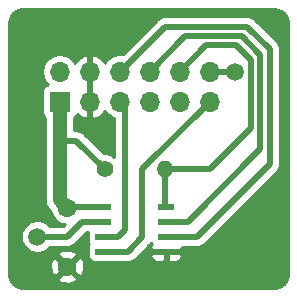
<source format=gbr>
%TF.GenerationSoftware,KiCad,Pcbnew,(5.1.8)-1*%
%TF.CreationDate,2021-10-18T20:12:47-03:00*%
%TF.ProjectId,sram_module_for_IceBreaker,7372616d-5f6d-46f6-9475-6c655f666f72,rev?*%
%TF.SameCoordinates,PX2892f68PY3024d44*%
%TF.FileFunction,Copper,L2,Bot*%
%TF.FilePolarity,Positive*%
%FSLAX46Y46*%
G04 Gerber Fmt 4.6, Leading zero omitted, Abs format (unit mm)*
G04 Created by KiCad (PCBNEW (5.1.8)-1) date 2021-10-18 20:12:47*
%MOMM*%
%LPD*%
G01*
G04 APERTURE LIST*
%TA.AperFunction,ComponentPad*%
%ADD10O,1.400000X1.400000*%
%TD*%
%TA.AperFunction,ComponentPad*%
%ADD11C,1.400000*%
%TD*%
%TA.AperFunction,ComponentPad*%
%ADD12C,1.600000*%
%TD*%
%TA.AperFunction,ComponentPad*%
%ADD13O,1.700000X1.700000*%
%TD*%
%TA.AperFunction,ComponentPad*%
%ADD14R,1.700000X1.700000*%
%TD*%
%TA.AperFunction,SMDPad,CuDef*%
%ADD15R,1.397000X0.558800*%
%TD*%
%TA.AperFunction,ViaPad*%
%ADD16C,1.500000*%
%TD*%
%TA.AperFunction,Conductor*%
%ADD17C,0.500000*%
%TD*%
%TA.AperFunction,Conductor*%
%ADD18C,1.200000*%
%TD*%
%TA.AperFunction,Conductor*%
%ADD19C,0.254000*%
%TD*%
%TA.AperFunction,Conductor*%
%ADD20C,0.100000*%
%TD*%
G04 APERTURE END LIST*
D10*
%TO.P,R1,2*%
%TO.N,/CS*%
X13835000Y10747500D03*
D11*
%TO.P,R1,1*%
%TO.N,+3V3*%
X8755000Y10747500D03*
%TD*%
D12*
%TO.P,C1,2*%
%TO.N,+3V3*%
X5580000Y7492500D03*
%TO.P,C1,1*%
%TO.N,GND*%
X5580000Y2492500D03*
%TD*%
D13*
%TO.P,J1,12*%
%TO.N,/SI03*%
X17645000Y19002500D03*
%TO.P,J1,11*%
%TO.N,/SIO0*%
X17645000Y16462500D03*
%TO.P,J1,10*%
%TO.N,/CS*%
X15105000Y19002500D03*
%TO.P,J1,9*%
%TO.N,Net-(J1-Pad9)*%
X15105000Y16462500D03*
%TO.P,J1,8*%
%TO.N,/SIO1*%
X12565000Y19002500D03*
%TO.P,J1,7*%
%TO.N,Net-(J1-Pad7)*%
X12565000Y16462500D03*
%TO.P,J1,6*%
%TO.N,/SIO2*%
X10025000Y19002500D03*
%TO.P,J1,5*%
%TO.N,/SCK*%
X10025000Y16462500D03*
%TO.P,J1,4*%
%TO.N,GND*%
X7485000Y19002500D03*
%TO.P,J1,3*%
X7485000Y16462500D03*
%TO.P,J1,2*%
%TO.N,+3V3*%
X4945000Y19002500D03*
D14*
%TO.P,J1,1*%
X4945000Y16462500D03*
%TD*%
D15*
%TO.P,U1,1*%
%TO.N,/CS*%
X13949300Y7572500D03*
%TO.P,U1,2*%
%TO.N,/SIO1*%
X13949300Y6302500D03*
%TO.P,U1,3*%
%TO.N,/SIO2*%
X13949300Y5032500D03*
%TO.P,U1,4*%
%TO.N,GND*%
X13949300Y3762500D03*
%TO.P,U1,5*%
%TO.N,/SIO0*%
X8640700Y3762500D03*
%TO.P,U1,6*%
%TO.N,/SCK*%
X8640700Y5032500D03*
%TO.P,U1,7*%
%TO.N,/SI03*%
X8640700Y6302500D03*
%TO.P,U1,8*%
%TO.N,+3V3*%
X8640700Y7572500D03*
%TD*%
D16*
%TO.N,/SI03*%
X3040000Y5032500D03*
X19824968Y19002500D03*
%TD*%
D17*
%TO.N,/SIO1*%
X15574990Y22012490D02*
X12565000Y19002500D01*
X20350010Y22012490D02*
X15574990Y22012490D01*
X21924989Y20437511D02*
X20350010Y22012490D01*
X21924989Y12452489D02*
X21924989Y20437511D01*
X15775000Y6302500D02*
X21924989Y12452489D01*
X13949300Y6302500D02*
X15775000Y6302500D01*
%TO.N,/SIO2*%
X13835001Y22812501D02*
X10874999Y19852499D01*
X22725000Y20907500D02*
X20819999Y22812501D01*
X22725000Y11181100D02*
X22725000Y20907500D01*
X16576400Y5032500D02*
X22725000Y11181100D01*
X10874999Y19852499D02*
X10025000Y19002500D01*
X20819999Y22812501D02*
X13835001Y22812501D01*
X13949300Y5032500D02*
X16576400Y5032500D01*
%TO.N,/SCK*%
X9921801Y5032500D02*
X8640700Y5032500D01*
X10455000Y5565699D02*
X9921801Y5032500D01*
X10455000Y16032500D02*
X10455000Y5565699D01*
X10025000Y16462500D02*
X10455000Y16032500D01*
%TO.N,/SI03*%
X3040000Y5032500D02*
X5580000Y5032500D01*
X6850000Y6302500D02*
X8640700Y6302500D01*
X5580000Y5032500D02*
X6850000Y6302500D01*
X17645000Y19002500D02*
X19824968Y19002500D01*
%TO.N,/SIO0*%
X11930000Y10747500D02*
X17645000Y16462500D01*
X11930000Y4957500D02*
X11930000Y10747500D01*
X10735000Y3762500D02*
X11930000Y4957500D01*
X8640700Y3762500D02*
X10735000Y3762500D01*
%TO.N,GND*%
X7485000Y16462500D02*
X7485000Y19002500D01*
D18*
%TO.N,+3V3*%
X4945000Y8127500D02*
X5580000Y7492500D01*
D17*
X6366000Y13136500D02*
X8755000Y10747500D01*
X4945000Y13136500D02*
X6366000Y13136500D01*
D18*
X4945000Y16462500D02*
X4945000Y13136500D01*
X4945000Y13136500D02*
X4945000Y8127500D01*
D17*
X5660000Y7572500D02*
X5580000Y7492500D01*
X8640700Y7572500D02*
X5660000Y7572500D01*
%TO.N,/CS*%
X13835000Y7686800D02*
X13949300Y7572500D01*
X13835000Y10747500D02*
X13835000Y7686800D01*
X21124978Y14227478D02*
X21124978Y19967522D01*
X13835000Y10747500D02*
X17645000Y10747500D01*
X17314979Y21212479D02*
X15105000Y19002500D01*
X19880021Y21212479D02*
X17314979Y21212479D01*
X21124978Y19967522D02*
X19880021Y21212479D01*
X17645000Y10747500D02*
X21124978Y14227478D01*
%TD*%
D19*
%TO.N,GND*%
X23214659Y24293875D02*
X23464429Y24218465D01*
X23694792Y24095978D01*
X23896980Y23931078D01*
X24063286Y23730050D01*
X24187378Y23500546D01*
X24264531Y23251305D01*
X24295001Y22961402D01*
X24295000Y2014779D01*
X24266375Y1722840D01*
X24190965Y1473071D01*
X24068477Y1242706D01*
X23903579Y1040521D01*
X23702546Y874212D01*
X23473046Y750122D01*
X23223805Y672969D01*
X22933911Y642500D01*
X1987279Y642500D01*
X1695340Y671125D01*
X1445571Y746535D01*
X1215206Y869023D01*
X1013021Y1033921D01*
X846712Y1234954D01*
X722622Y1464454D01*
X711682Y1499798D01*
X4766903Y1499798D01*
X4838486Y1255829D01*
X5093996Y1134929D01*
X5368184Y1066200D01*
X5650512Y1052283D01*
X5930130Y1093713D01*
X6196292Y1188897D01*
X6321514Y1255829D01*
X6393097Y1499798D01*
X5580000Y2312895D01*
X4766903Y1499798D01*
X711682Y1499798D01*
X645469Y1713695D01*
X615000Y2003589D01*
X615000Y2421988D01*
X4139783Y2421988D01*
X4181213Y2142370D01*
X4276397Y1876208D01*
X4343329Y1750986D01*
X4587298Y1679403D01*
X5400395Y2492500D01*
X5759605Y2492500D01*
X6572702Y1679403D01*
X6816671Y1750986D01*
X6937571Y2006496D01*
X7006300Y2280684D01*
X7020217Y2563012D01*
X6978787Y2842630D01*
X6883603Y3108792D01*
X6816671Y3234014D01*
X6572702Y3305597D01*
X5759605Y2492500D01*
X5400395Y2492500D01*
X4587298Y3305597D01*
X4343329Y3234014D01*
X4222429Y2978504D01*
X4153700Y2704316D01*
X4139783Y2421988D01*
X615000Y2421988D01*
X615000Y3485202D01*
X4766903Y3485202D01*
X5580000Y2672105D01*
X6393097Y3485202D01*
X6321514Y3729171D01*
X6066004Y3850071D01*
X5791816Y3918800D01*
X5509488Y3932717D01*
X5229870Y3891287D01*
X4963708Y3796103D01*
X4838486Y3729171D01*
X4766903Y3485202D01*
X615000Y3485202D01*
X615000Y5168911D01*
X1655000Y5168911D01*
X1655000Y4896089D01*
X1708225Y4628511D01*
X1812629Y4376457D01*
X1964201Y4149614D01*
X2157114Y3956701D01*
X2383957Y3805129D01*
X2636011Y3700725D01*
X2903589Y3647500D01*
X3176411Y3647500D01*
X3443989Y3700725D01*
X3696043Y3805129D01*
X3922886Y3956701D01*
X4113685Y4147500D01*
X5536531Y4147500D01*
X5580000Y4143219D01*
X5623469Y4147500D01*
X5623477Y4147500D01*
X5753490Y4160305D01*
X5920313Y4210911D01*
X6074059Y4293089D01*
X6208817Y4403683D01*
X6236534Y4437456D01*
X7216579Y5417500D01*
X7314528Y5417500D01*
X7304128Y5311900D01*
X7304128Y4753100D01*
X7316388Y4628618D01*
X7352698Y4508920D01*
X7411663Y4398606D01*
X7412571Y4397500D01*
X7411663Y4396394D01*
X7352698Y4286080D01*
X7316388Y4166382D01*
X7304128Y4041900D01*
X7304128Y3483100D01*
X7316388Y3358618D01*
X7352698Y3238920D01*
X7411663Y3128606D01*
X7491015Y3031915D01*
X7587706Y2952563D01*
X7698020Y2893598D01*
X7817718Y2857288D01*
X7942200Y2845028D01*
X9339200Y2845028D01*
X9463682Y2857288D01*
X9530312Y2877500D01*
X10691531Y2877500D01*
X10735000Y2873219D01*
X10778469Y2877500D01*
X10778477Y2877500D01*
X10908490Y2890305D01*
X11075313Y2940911D01*
X11229059Y3023089D01*
X11363817Y3133683D01*
X11391534Y3167456D01*
X11700828Y3476750D01*
X12615800Y3476750D01*
X12625380Y3356663D01*
X12662064Y3237079D01*
X12721373Y3126950D01*
X12801027Y3030507D01*
X12897966Y2951457D01*
X13008464Y2892838D01*
X13128275Y2856902D01*
X13252794Y2845031D01*
X13663550Y2848100D01*
X13822300Y3006850D01*
X13822300Y3635500D01*
X14076300Y3635500D01*
X14076300Y3006850D01*
X14235050Y2848100D01*
X14645806Y2845031D01*
X14770325Y2856902D01*
X14890136Y2892838D01*
X15000634Y2951457D01*
X15097573Y3030507D01*
X15177227Y3126950D01*
X15236536Y3237079D01*
X15273220Y3356663D01*
X15282800Y3476750D01*
X15124050Y3635500D01*
X14076300Y3635500D01*
X13822300Y3635500D01*
X12774550Y3635500D01*
X12615800Y3476750D01*
X11700828Y3476750D01*
X12525050Y4300971D01*
X12558817Y4328683D01*
X12598025Y4376457D01*
X12669410Y4463440D01*
X12669411Y4463441D01*
X12677509Y4478592D01*
X12720263Y4398606D01*
X12721114Y4397569D01*
X12662064Y4287921D01*
X12625380Y4168337D01*
X12615800Y4048250D01*
X12774550Y3889500D01*
X13822300Y3889500D01*
X13822300Y3909500D01*
X14076300Y3909500D01*
X14076300Y3889500D01*
X15124050Y3889500D01*
X15282800Y4048250D01*
X15274882Y4147500D01*
X16532931Y4147500D01*
X16576400Y4143219D01*
X16619869Y4147500D01*
X16619877Y4147500D01*
X16749890Y4160305D01*
X16916713Y4210911D01*
X17070459Y4293089D01*
X17205217Y4403683D01*
X17232934Y4437456D01*
X23320051Y10524572D01*
X23353817Y10552283D01*
X23464411Y10687041D01*
X23519965Y10790976D01*
X23546589Y10840786D01*
X23597195Y11007610D01*
X23605094Y11087814D01*
X23610000Y11137623D01*
X23610000Y11137631D01*
X23614281Y11181100D01*
X23610000Y11224569D01*
X23610000Y20864035D01*
X23614281Y20907501D01*
X23610000Y20950967D01*
X23610000Y20950977D01*
X23597195Y21080990D01*
X23546589Y21247813D01*
X23464411Y21401559D01*
X23353817Y21536317D01*
X23320049Y21564030D01*
X21476533Y23407545D01*
X21448816Y23441318D01*
X21314058Y23551912D01*
X21160312Y23634090D01*
X20993489Y23684696D01*
X20863476Y23697501D01*
X20863468Y23697501D01*
X20819999Y23701782D01*
X20776530Y23697501D01*
X13878470Y23697501D01*
X13835001Y23701782D01*
X13791532Y23697501D01*
X13791524Y23697501D01*
X13676307Y23686153D01*
X13661510Y23684696D01*
X13620130Y23672143D01*
X13494688Y23634090D01*
X13340942Y23551912D01*
X13340940Y23551911D01*
X13340941Y23551911D01*
X13239954Y23469033D01*
X13239952Y23469031D01*
X13206184Y23441318D01*
X13178471Y23407550D01*
X10279957Y20509035D01*
X10279952Y20509031D01*
X10243960Y20473039D01*
X10171260Y20487500D01*
X9878740Y20487500D01*
X9591842Y20430432D01*
X9321589Y20318490D01*
X9078368Y20155975D01*
X8871525Y19949132D01*
X8749805Y19766966D01*
X8680178Y19883855D01*
X8485269Y20100088D01*
X8251920Y20274141D01*
X7989099Y20399325D01*
X7841890Y20443976D01*
X7612000Y20322655D01*
X7612000Y19129500D01*
X7632000Y19129500D01*
X7632000Y18875500D01*
X7612000Y18875500D01*
X7612000Y16589500D01*
X7632000Y16589500D01*
X7632000Y16335500D01*
X7612000Y16335500D01*
X7612000Y15142345D01*
X7841890Y15021024D01*
X7989099Y15065675D01*
X8251920Y15190859D01*
X8485269Y15364912D01*
X8680178Y15581145D01*
X8749805Y15698034D01*
X8871525Y15515868D01*
X9078368Y15309025D01*
X9321589Y15146510D01*
X9570000Y15043615D01*
X9570000Y11808525D01*
X9387359Y11930561D01*
X9144405Y12031196D01*
X8886486Y12082500D01*
X8671579Y12082500D01*
X7022534Y13731544D01*
X6994817Y13765317D01*
X6860059Y13875911D01*
X6706313Y13958089D01*
X6539490Y14008695D01*
X6409477Y14021500D01*
X6409469Y14021500D01*
X6366000Y14025781D01*
X6322531Y14021500D01*
X6180000Y14021500D01*
X6180000Y15106999D01*
X6246185Y15161315D01*
X6325537Y15258006D01*
X6384502Y15368320D01*
X6408966Y15448966D01*
X6484731Y15364912D01*
X6718080Y15190859D01*
X6980901Y15065675D01*
X7128110Y15021024D01*
X7358000Y15142345D01*
X7358000Y16335500D01*
X7338000Y16335500D01*
X7338000Y16589500D01*
X7358000Y16589500D01*
X7358000Y18875500D01*
X7338000Y18875500D01*
X7338000Y19129500D01*
X7358000Y19129500D01*
X7358000Y20322655D01*
X7128110Y20443976D01*
X6980901Y20399325D01*
X6718080Y20274141D01*
X6484731Y20100088D01*
X6289822Y19883855D01*
X6220195Y19766966D01*
X6098475Y19949132D01*
X5891632Y20155975D01*
X5648411Y20318490D01*
X5378158Y20430432D01*
X5091260Y20487500D01*
X4798740Y20487500D01*
X4511842Y20430432D01*
X4241589Y20318490D01*
X3998368Y20155975D01*
X3791525Y19949132D01*
X3629010Y19705911D01*
X3517068Y19435658D01*
X3460000Y19148760D01*
X3460000Y18856240D01*
X3517068Y18569342D01*
X3629010Y18299089D01*
X3791525Y18055868D01*
X3923380Y17924013D01*
X3850820Y17902002D01*
X3740506Y17843037D01*
X3643815Y17763685D01*
X3564463Y17666994D01*
X3505498Y17556680D01*
X3469188Y17436982D01*
X3456928Y17312500D01*
X3456928Y15612500D01*
X3469188Y15488018D01*
X3505498Y15368320D01*
X3564463Y15258006D01*
X3643815Y15161315D01*
X3710000Y15106998D01*
X3710001Y13197174D01*
X3710000Y13197164D01*
X3710001Y8188175D01*
X3704025Y8127500D01*
X3727870Y7885398D01*
X3798489Y7652601D01*
X3798490Y7652599D01*
X3913168Y7438051D01*
X4067499Y7249998D01*
X4114622Y7211325D01*
X4187266Y7138681D01*
X4200147Y7073926D01*
X4308320Y6812773D01*
X4465363Y6577741D01*
X4665241Y6377863D01*
X4900273Y6220820D01*
X5161426Y6112647D01*
X5367565Y6071643D01*
X5213422Y5917500D01*
X4113685Y5917500D01*
X3922886Y6108299D01*
X3696043Y6259871D01*
X3443989Y6364275D01*
X3176411Y6417500D01*
X2903589Y6417500D01*
X2636011Y6364275D01*
X2383957Y6259871D01*
X2157114Y6108299D01*
X1964201Y5915386D01*
X1812629Y5688543D01*
X1708225Y5436489D01*
X1655000Y5168911D01*
X615000Y5168911D01*
X615000Y22950221D01*
X643625Y23242159D01*
X719035Y23491929D01*
X841522Y23722292D01*
X1006422Y23924480D01*
X1207450Y24090786D01*
X1436954Y24214878D01*
X1686195Y24292031D01*
X1976088Y24322500D01*
X22922721Y24322500D01*
X23214659Y24293875D01*
%TA.AperFunction,Conductor*%
D20*
G36*
X23214659Y24293875D02*
G01*
X23464429Y24218465D01*
X23694792Y24095978D01*
X23896980Y23931078D01*
X24063286Y23730050D01*
X24187378Y23500546D01*
X24264531Y23251305D01*
X24295001Y22961402D01*
X24295000Y2014779D01*
X24266375Y1722840D01*
X24190965Y1473071D01*
X24068477Y1242706D01*
X23903579Y1040521D01*
X23702546Y874212D01*
X23473046Y750122D01*
X23223805Y672969D01*
X22933911Y642500D01*
X1987279Y642500D01*
X1695340Y671125D01*
X1445571Y746535D01*
X1215206Y869023D01*
X1013021Y1033921D01*
X846712Y1234954D01*
X722622Y1464454D01*
X711682Y1499798D01*
X4766903Y1499798D01*
X4838486Y1255829D01*
X5093996Y1134929D01*
X5368184Y1066200D01*
X5650512Y1052283D01*
X5930130Y1093713D01*
X6196292Y1188897D01*
X6321514Y1255829D01*
X6393097Y1499798D01*
X5580000Y2312895D01*
X4766903Y1499798D01*
X711682Y1499798D01*
X645469Y1713695D01*
X615000Y2003589D01*
X615000Y2421988D01*
X4139783Y2421988D01*
X4181213Y2142370D01*
X4276397Y1876208D01*
X4343329Y1750986D01*
X4587298Y1679403D01*
X5400395Y2492500D01*
X5759605Y2492500D01*
X6572702Y1679403D01*
X6816671Y1750986D01*
X6937571Y2006496D01*
X7006300Y2280684D01*
X7020217Y2563012D01*
X6978787Y2842630D01*
X6883603Y3108792D01*
X6816671Y3234014D01*
X6572702Y3305597D01*
X5759605Y2492500D01*
X5400395Y2492500D01*
X4587298Y3305597D01*
X4343329Y3234014D01*
X4222429Y2978504D01*
X4153700Y2704316D01*
X4139783Y2421988D01*
X615000Y2421988D01*
X615000Y3485202D01*
X4766903Y3485202D01*
X5580000Y2672105D01*
X6393097Y3485202D01*
X6321514Y3729171D01*
X6066004Y3850071D01*
X5791816Y3918800D01*
X5509488Y3932717D01*
X5229870Y3891287D01*
X4963708Y3796103D01*
X4838486Y3729171D01*
X4766903Y3485202D01*
X615000Y3485202D01*
X615000Y5168911D01*
X1655000Y5168911D01*
X1655000Y4896089D01*
X1708225Y4628511D01*
X1812629Y4376457D01*
X1964201Y4149614D01*
X2157114Y3956701D01*
X2383957Y3805129D01*
X2636011Y3700725D01*
X2903589Y3647500D01*
X3176411Y3647500D01*
X3443989Y3700725D01*
X3696043Y3805129D01*
X3922886Y3956701D01*
X4113685Y4147500D01*
X5536531Y4147500D01*
X5580000Y4143219D01*
X5623469Y4147500D01*
X5623477Y4147500D01*
X5753490Y4160305D01*
X5920313Y4210911D01*
X6074059Y4293089D01*
X6208817Y4403683D01*
X6236534Y4437456D01*
X7216579Y5417500D01*
X7314528Y5417500D01*
X7304128Y5311900D01*
X7304128Y4753100D01*
X7316388Y4628618D01*
X7352698Y4508920D01*
X7411663Y4398606D01*
X7412571Y4397500D01*
X7411663Y4396394D01*
X7352698Y4286080D01*
X7316388Y4166382D01*
X7304128Y4041900D01*
X7304128Y3483100D01*
X7316388Y3358618D01*
X7352698Y3238920D01*
X7411663Y3128606D01*
X7491015Y3031915D01*
X7587706Y2952563D01*
X7698020Y2893598D01*
X7817718Y2857288D01*
X7942200Y2845028D01*
X9339200Y2845028D01*
X9463682Y2857288D01*
X9530312Y2877500D01*
X10691531Y2877500D01*
X10735000Y2873219D01*
X10778469Y2877500D01*
X10778477Y2877500D01*
X10908490Y2890305D01*
X11075313Y2940911D01*
X11229059Y3023089D01*
X11363817Y3133683D01*
X11391534Y3167456D01*
X11700828Y3476750D01*
X12615800Y3476750D01*
X12625380Y3356663D01*
X12662064Y3237079D01*
X12721373Y3126950D01*
X12801027Y3030507D01*
X12897966Y2951457D01*
X13008464Y2892838D01*
X13128275Y2856902D01*
X13252794Y2845031D01*
X13663550Y2848100D01*
X13822300Y3006850D01*
X13822300Y3635500D01*
X14076300Y3635500D01*
X14076300Y3006850D01*
X14235050Y2848100D01*
X14645806Y2845031D01*
X14770325Y2856902D01*
X14890136Y2892838D01*
X15000634Y2951457D01*
X15097573Y3030507D01*
X15177227Y3126950D01*
X15236536Y3237079D01*
X15273220Y3356663D01*
X15282800Y3476750D01*
X15124050Y3635500D01*
X14076300Y3635500D01*
X13822300Y3635500D01*
X12774550Y3635500D01*
X12615800Y3476750D01*
X11700828Y3476750D01*
X12525050Y4300971D01*
X12558817Y4328683D01*
X12598025Y4376457D01*
X12669410Y4463440D01*
X12669411Y4463441D01*
X12677509Y4478592D01*
X12720263Y4398606D01*
X12721114Y4397569D01*
X12662064Y4287921D01*
X12625380Y4168337D01*
X12615800Y4048250D01*
X12774550Y3889500D01*
X13822300Y3889500D01*
X13822300Y3909500D01*
X14076300Y3909500D01*
X14076300Y3889500D01*
X15124050Y3889500D01*
X15282800Y4048250D01*
X15274882Y4147500D01*
X16532931Y4147500D01*
X16576400Y4143219D01*
X16619869Y4147500D01*
X16619877Y4147500D01*
X16749890Y4160305D01*
X16916713Y4210911D01*
X17070459Y4293089D01*
X17205217Y4403683D01*
X17232934Y4437456D01*
X23320051Y10524572D01*
X23353817Y10552283D01*
X23464411Y10687041D01*
X23519965Y10790976D01*
X23546589Y10840786D01*
X23597195Y11007610D01*
X23605094Y11087814D01*
X23610000Y11137623D01*
X23610000Y11137631D01*
X23614281Y11181100D01*
X23610000Y11224569D01*
X23610000Y20864035D01*
X23614281Y20907501D01*
X23610000Y20950967D01*
X23610000Y20950977D01*
X23597195Y21080990D01*
X23546589Y21247813D01*
X23464411Y21401559D01*
X23353817Y21536317D01*
X23320049Y21564030D01*
X21476533Y23407545D01*
X21448816Y23441318D01*
X21314058Y23551912D01*
X21160312Y23634090D01*
X20993489Y23684696D01*
X20863476Y23697501D01*
X20863468Y23697501D01*
X20819999Y23701782D01*
X20776530Y23697501D01*
X13878470Y23697501D01*
X13835001Y23701782D01*
X13791532Y23697501D01*
X13791524Y23697501D01*
X13676307Y23686153D01*
X13661510Y23684696D01*
X13620130Y23672143D01*
X13494688Y23634090D01*
X13340942Y23551912D01*
X13340940Y23551911D01*
X13340941Y23551911D01*
X13239954Y23469033D01*
X13239952Y23469031D01*
X13206184Y23441318D01*
X13178471Y23407550D01*
X10279957Y20509035D01*
X10279952Y20509031D01*
X10243960Y20473039D01*
X10171260Y20487500D01*
X9878740Y20487500D01*
X9591842Y20430432D01*
X9321589Y20318490D01*
X9078368Y20155975D01*
X8871525Y19949132D01*
X8749805Y19766966D01*
X8680178Y19883855D01*
X8485269Y20100088D01*
X8251920Y20274141D01*
X7989099Y20399325D01*
X7841890Y20443976D01*
X7612000Y20322655D01*
X7612000Y19129500D01*
X7632000Y19129500D01*
X7632000Y18875500D01*
X7612000Y18875500D01*
X7612000Y16589500D01*
X7632000Y16589500D01*
X7632000Y16335500D01*
X7612000Y16335500D01*
X7612000Y15142345D01*
X7841890Y15021024D01*
X7989099Y15065675D01*
X8251920Y15190859D01*
X8485269Y15364912D01*
X8680178Y15581145D01*
X8749805Y15698034D01*
X8871525Y15515868D01*
X9078368Y15309025D01*
X9321589Y15146510D01*
X9570000Y15043615D01*
X9570000Y11808525D01*
X9387359Y11930561D01*
X9144405Y12031196D01*
X8886486Y12082500D01*
X8671579Y12082500D01*
X7022534Y13731544D01*
X6994817Y13765317D01*
X6860059Y13875911D01*
X6706313Y13958089D01*
X6539490Y14008695D01*
X6409477Y14021500D01*
X6409469Y14021500D01*
X6366000Y14025781D01*
X6322531Y14021500D01*
X6180000Y14021500D01*
X6180000Y15106999D01*
X6246185Y15161315D01*
X6325537Y15258006D01*
X6384502Y15368320D01*
X6408966Y15448966D01*
X6484731Y15364912D01*
X6718080Y15190859D01*
X6980901Y15065675D01*
X7128110Y15021024D01*
X7358000Y15142345D01*
X7358000Y16335500D01*
X7338000Y16335500D01*
X7338000Y16589500D01*
X7358000Y16589500D01*
X7358000Y18875500D01*
X7338000Y18875500D01*
X7338000Y19129500D01*
X7358000Y19129500D01*
X7358000Y20322655D01*
X7128110Y20443976D01*
X6980901Y20399325D01*
X6718080Y20274141D01*
X6484731Y20100088D01*
X6289822Y19883855D01*
X6220195Y19766966D01*
X6098475Y19949132D01*
X5891632Y20155975D01*
X5648411Y20318490D01*
X5378158Y20430432D01*
X5091260Y20487500D01*
X4798740Y20487500D01*
X4511842Y20430432D01*
X4241589Y20318490D01*
X3998368Y20155975D01*
X3791525Y19949132D01*
X3629010Y19705911D01*
X3517068Y19435658D01*
X3460000Y19148760D01*
X3460000Y18856240D01*
X3517068Y18569342D01*
X3629010Y18299089D01*
X3791525Y18055868D01*
X3923380Y17924013D01*
X3850820Y17902002D01*
X3740506Y17843037D01*
X3643815Y17763685D01*
X3564463Y17666994D01*
X3505498Y17556680D01*
X3469188Y17436982D01*
X3456928Y17312500D01*
X3456928Y15612500D01*
X3469188Y15488018D01*
X3505498Y15368320D01*
X3564463Y15258006D01*
X3643815Y15161315D01*
X3710000Y15106998D01*
X3710001Y13197174D01*
X3710000Y13197164D01*
X3710001Y8188175D01*
X3704025Y8127500D01*
X3727870Y7885398D01*
X3798489Y7652601D01*
X3798490Y7652599D01*
X3913168Y7438051D01*
X4067499Y7249998D01*
X4114622Y7211325D01*
X4187266Y7138681D01*
X4200147Y7073926D01*
X4308320Y6812773D01*
X4465363Y6577741D01*
X4665241Y6377863D01*
X4900273Y6220820D01*
X5161426Y6112647D01*
X5367565Y6071643D01*
X5213422Y5917500D01*
X4113685Y5917500D01*
X3922886Y6108299D01*
X3696043Y6259871D01*
X3443989Y6364275D01*
X3176411Y6417500D01*
X2903589Y6417500D01*
X2636011Y6364275D01*
X2383957Y6259871D01*
X2157114Y6108299D01*
X1964201Y5915386D01*
X1812629Y5688543D01*
X1708225Y5436489D01*
X1655000Y5168911D01*
X615000Y5168911D01*
X615000Y22950221D01*
X643625Y23242159D01*
X719035Y23491929D01*
X841522Y23722292D01*
X1006422Y23924480D01*
X1207450Y24090786D01*
X1436954Y24214878D01*
X1686195Y24292031D01*
X1976088Y24322500D01*
X22922721Y24322500D01*
X23214659Y24293875D01*
G37*
%TD.AperFunction*%
%TD*%
M02*

</source>
